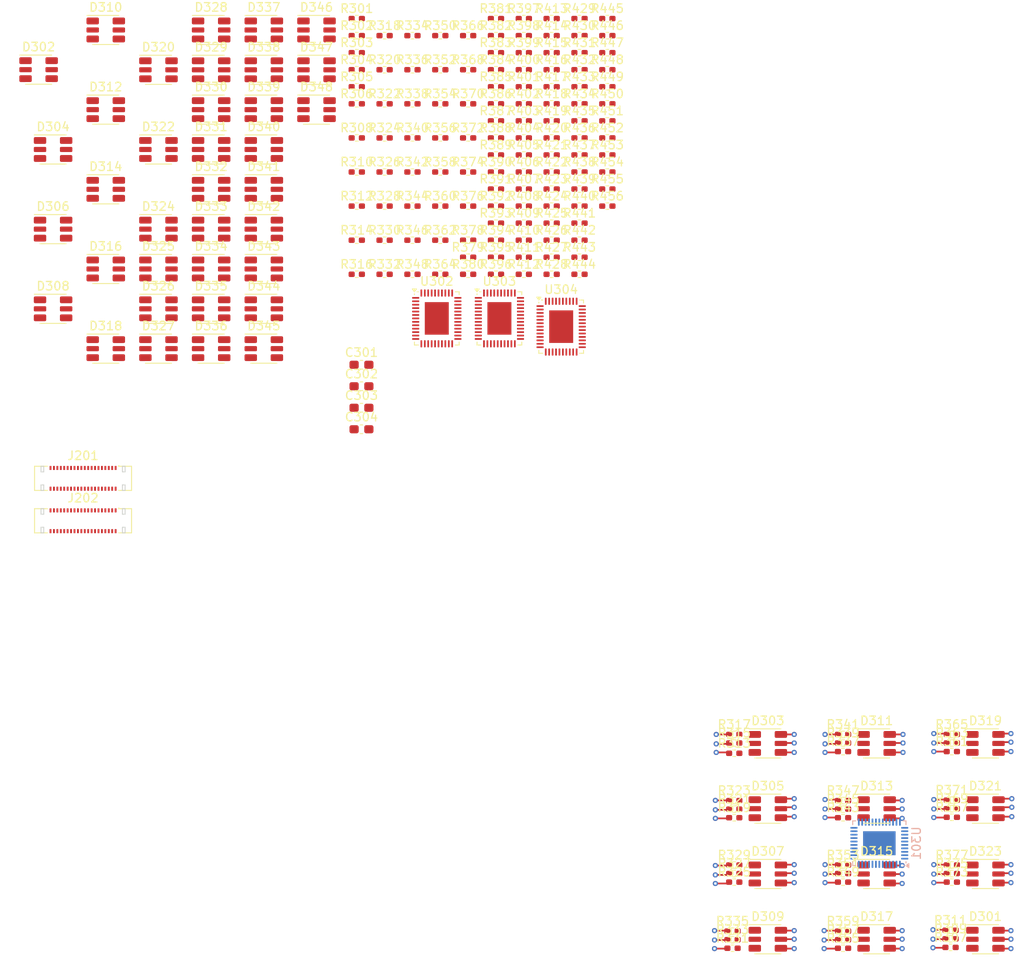
<source format=kicad_pcb>
(kicad_pcb (version 20240108) (generator "pcbnew") (generator_version "8.0")
  (layers (0 "F.Cu" signal) (31 "B.Cu" signal) (34 "B.Paste" user) (35 "F.Paste" user) (36 "B.SilkS" user "B.Silkscreen") (37 "F.SilkS" user "F.Silkscreen") (38 "B.Mask" user) (39 "F.Mask" user) (44 "Edge.Cuts" user))
  (net 0 "")
  (net 1 "GND")
  (net 2 "Net-(U301-VCAP)")
  (net 3 "Net-(U302-VCAP)")
  (net 4 "Net-(U303-VCAP)")
  (net 5 "Net-(U304-VCAP)")
  (net 6 "Net-(D301-BA)")
  (net 7 "Net-(D301-BK)")
  (net 8 "Net-(D301-RK)")
  (net 9 "Net-(D301-GA)")
  (net 10 "Net-(D301-RA)")
  (net 11 "Net-(D301-GK)")
  (net 12 "Net-(D302-GA)")
  (net 13 "Net-(D302-GK)")
  (net 14 "Net-(D302-BA)")
  (net 15 "Net-(D302-BK)")
  (net 16 "Net-(D302-RA)")
  (net 17 "Net-(D302-RK)")
  (net 18 "Net-(D303-BK)")
  (net 19 "Net-(D303-GK)")
  (net 20 "Net-(D303-GA)")
  (net 21 "Net-(D303-RA)")
  (net 22 "Net-(D303-RK)")
  (net 23 "Net-(D303-BA)")
  (net 24 "Net-(D304-RA)")
  (net 25 "Net-(D304-BA)")
  (net 26 "Net-(D304-GK)")
  (net 27 "Net-(D304-RK)")
  (net 28 "Net-(D304-GA)")
  (net 29 "Net-(D304-BK)")
  (net 30 "Net-(D305-BK)")
  (net 31 "Net-(D305-GA)")
  (net 32 "Net-(D305-RK)")
  (net 33 "Net-(D305-RA)")
  (net 34 "Net-(D305-GK)")
  (net 35 "Net-(D305-BA)")
  (net 36 "Net-(D306-GA)")
  (net 37 "Net-(D306-BA)")
  (net 38 "Net-(D306-GK)")
  (net 39 "Net-(D306-RA)")
  (net 40 "Net-(D306-BK)")
  (net 41 "Net-(D306-RK)")
  (net 42 "Net-(D307-RA)")
  (net 43 "Net-(D307-BK)")
  (net 44 "Net-(D307-GA)")
  (net 45 "Net-(D307-RK)")
  (net 46 "Net-(D307-BA)")
  (net 47 "Net-(D307-GK)")
  (net 48 "Net-(D308-RA)")
  (net 49 "Net-(D308-GA)")
  (net 50 "Net-(D308-BK)")
  (net 51 "Net-(D308-BA)")
  (net 52 "Net-(D308-RK)")
  (net 53 "Net-(D308-GK)")
  (net 54 "Net-(D309-RK)")
  (net 55 "Net-(D309-GA)")
  (net 56 "Net-(D309-BK)")
  (net 57 "Net-(D309-BA)")
  (net 58 "Net-(D309-RA)")
  (net 59 "Net-(D309-GK)")
  (net 60 "Net-(D310-GA)")
  (net 61 "Net-(D310-RA)")
  (net 62 "Net-(D310-RK)")
  (net 63 "Net-(D310-BK)")
  (net 64 "Net-(D310-GK)")
  (net 65 "Net-(D310-BA)")
  (net 66 "Net-(D311-RA)")
  (net 67 "Net-(D311-BA)")
  (net 68 "Net-(D311-RK)")
  (net 69 "Net-(D311-GA)")
  (net 70 "Net-(D311-BK)")
  (net 71 "Net-(D311-GK)")
  (net 72 "Net-(D312-BK)")
  (net 73 "Net-(D312-GK)")
  (net 74 "Net-(D312-RK)")
  (net 75 "Net-(D312-GA)")
  (net 76 "Net-(D312-RA)")
  (net 77 "Net-(D312-BA)")
  (net 78 "Net-(D313-RK)")
  (net 79 "Net-(D313-GA)")
  (net 80 "Net-(D313-BA)")
  (net 81 "Net-(D313-RA)")
  (net 82 "Net-(D313-BK)")
  (net 83 "Net-(D313-GK)")
  (net 84 "Net-(D314-RK)")
  (net 85 "Net-(D314-GK)")
  (net 86 "Net-(D314-BK)")
  (net 87 "Net-(D314-RA)")
  (net 88 "Net-(D314-GA)")
  (net 89 "Net-(D314-BA)")
  (net 90 "Net-(D315-RK)")
  (net 91 "Net-(D315-BK)")
  (net 92 "Net-(D315-BA)")
  (net 93 "Net-(D315-GK)")
  (net 94 "Net-(D315-RA)")
  (net 95 "Net-(D315-GA)")
  (net 96 "Net-(D316-BK)")
  (net 97 "Net-(D316-GA)")
  (net 98 "Net-(D316-RK)")
  (net 99 "Net-(D316-RA)")
  (net 100 "Net-(D316-BA)")
  (net 101 "Net-(D316-GK)")
  (net 102 "Net-(D317-RA)")
  (net 103 "Net-(D317-GA)")
  (net 104 "Net-(D317-RK)")
  (net 105 "Net-(D317-BA)")
  (net 106 "Net-(D317-BK)")
  (net 107 "Net-(D317-GK)")
  (net 108 "Net-(D318-RK)")
  (net 109 "Net-(D318-GA)")
  (net 110 "Net-(D318-GK)")
  (net 111 "Net-(D318-BK)")
  (net 112 "Net-(D318-RA)")
  (net 113 "Net-(D318-BA)")
  (net 114 "Net-(D319-GA)")
  (net 115 "Net-(D319-GK)")
  (net 116 "Net-(D319-BA)")
  (net 117 "Net-(D319-RA)")
  (net 118 "Net-(D319-BK)")
  (net 119 "Net-(D319-RK)")
  (net 120 "Net-(D320-RA)")
  (net 121 "Net-(D320-RK)")
  (net 122 "Net-(D320-GK)")
  (net 123 "Net-(D320-BK)")
  (net 124 "Net-(D320-BA)")
  (net 125 "Net-(D320-GA)")
  (net 126 "Net-(D321-BK)")
  (net 127 "Net-(D321-GK)")
  (net 128 "Net-(D321-RA)")
  (net 129 "Net-(D321-RK)")
  (net 130 "Net-(D321-GA)")
  (net 131 "Net-(D321-BA)")
  (net 132 "Net-(D322-GA)")
  (net 133 "Net-(D322-BA)")
  (net 134 "Net-(D322-GK)")
  (net 135 "Net-(D322-BK)")
  (net 136 "Net-(D322-RK)")
  (net 137 "Net-(D322-RA)")
  (net 138 "Net-(D323-BA)")
  (net 139 "Net-(D323-RK)")
  (net 140 "Net-(D323-GA)")
  (net 141 "Net-(D323-RA)")
  (net 142 "Net-(D323-GK)")
  (net 143 "Net-(D323-BK)")
  (net 144 "Net-(D324-RK)")
  (net 145 "Net-(D324-GA)")
  (net 146 "Net-(D324-RA)")
  (net 147 "Net-(D324-GK)")
  (net 148 "Net-(D324-BK)")
  (net 149 "Net-(D324-BA)")
  (net 150 "Net-(D325-BK)")
  (net 151 "Net-(D325-RK)")
  (net 152 "Net-(D325-GA)")
  (net 153 "Net-(D325-BA)")
  (net 154 "Net-(D325-GK)")
  (net 155 "Net-(D325-RA)")
  (net 156 "Net-(D326-GK)")
  (net 157 "Net-(D326-RA)")
  (net 158 "Net-(D326-BA)")
  (net 159 "Net-(D326-BK)")
  (net 160 "Net-(D326-GA)")
  (net 161 "Net-(D326-RK)")
  (net 162 "Net-(D327-RK)")
  (net 163 "Net-(D327-GA)")
  (net 164 "Net-(D327-RA)")
  (net 165 "Net-(D327-BK)")
  (net 166 "Net-(D327-GK)")
  (net 167 "Net-(D327-BA)")
  (net 168 "Net-(D328-GA)")
  (net 169 "Net-(D328-GK)")
  (net 170 "Net-(D328-BK)")
  (net 171 "Net-(D328-RA)")
  (net 172 "Net-(D328-RK)")
  (net 173 "Net-(D328-BA)")
  (net 174 "Net-(D329-BK)")
  (net 175 "Net-(D329-GK)")
  (net 176 "Net-(D329-BA)")
  (net 177 "Net-(D329-GA)")
  (net 178 "Net-(D329-RK)")
  (net 179 "Net-(D329-RA)")
  (net 180 "Net-(D330-BA)")
  (net 181 "Net-(D330-GK)")
  (net 182 "Net-(D330-BK)")
  (net 183 "Net-(D330-RA)")
  (net 184 "Net-(D330-GA)")
  (net 185 "Net-(D330-RK)")
  (net 186 "Net-(D331-BK)")
  (net 187 "Net-(D331-RK)")
  (net 188 "Net-(D331-GA)")
  (net 189 "Net-(D331-GK)")
  (net 190 "Net-(D331-RA)")
  (net 191 "Net-(D331-BA)")
  (net 192 "Net-(D332-BK)")
  (net 193 "Net-(D332-GA)")
  (net 194 "Net-(D332-BA)")
  (net 195 "Net-(D332-RK)")
  (net 196 "Net-(D332-GK)")
  (net 197 "Net-(D332-RA)")
  (net 198 "Net-(D333-BA)")
  (net 199 "Net-(D333-RK)")
  (net 200 "Net-(D333-GK)")
  (net 201 "Net-(D333-BK)")
  (net 202 "Net-(D333-GA)")
  (net 203 "Net-(D333-RA)")
  (net 204 "Net-(D334-RK)")
  (net 205 "Net-(D334-RA)")
  (net 206 "Net-(D334-GA)")
  (net 207 "Net-(D334-GK)")
  (net 208 "Net-(D334-BA)")
  (net 209 "Net-(D334-BK)")
  (net 210 "Net-(D335-BK)")
  (net 211 "Net-(D335-RA)")
  (net 212 "Net-(D335-GK)")
  (net 213 "Net-(D335-RK)")
  (net 214 "Net-(D335-GA)")
  (net 215 "Net-(D335-BA)")
  (net 216 "Net-(D336-RK)")
  (net 217 "Net-(D336-BK)")
  (net 218 "Net-(D336-GA)")
  (net 219 "Net-(D336-RA)")
  (net 220 "Net-(D336-GK)")
  (net 221 "Net-(D336-BA)")
  (net 222 "Net-(D337-RA)")
  (net 223 "Net-(D337-BK)")
  (net 224 "Net-(D337-GA)")
  (net 225 "Net-(D337-GK)")
  (net 226 "Net-(D337-RK)")
  (net 227 "Net-(D337-BA)")
  (net 228 "Net-(D338-GA)")
  (net 229 "Net-(D338-RA)")
  (net 230 "Net-(D338-GK)")
  (net 231 "Net-(D338-BK)")
  (net 232 "Net-(D338-RK)")
  (net 233 "Net-(D338-BA)")
  (net 234 "Net-(D339-RA)")
  (net 235 "Net-(D339-RK)")
  (net 236 "Net-(D339-GK)")
  (net 237 "Net-(D339-BA)")
  (net 238 "Net-(D339-BK)")
  (net 239 "Net-(D339-GA)")
  (net 240 "Net-(D340-BA)")
  (net 241 "Net-(D340-RK)")
  (net 242 "Net-(D340-RA)")
  (net 243 "Net-(D340-GK)")
  (net 244 "Net-(D340-BK)")
  (net 245 "Net-(D340-GA)")
  (net 246 "Net-(D341-GK)")
  (net 247 "Net-(D341-GA)")
  (net 248 "Net-(D341-BA)")
  (net 249 "Net-(D341-RA)")
  (net 250 "Net-(D341-RK)")
  (net 251 "Net-(D341-BK)")
  (net 252 "Net-(D342-RK)")
  (net 253 "Net-(D342-BA)")
  (net 254 "Net-(D342-GA)")
  (net 255 "Net-(D342-GK)")
  (net 256 "Net-(D342-RA)")
  (net 257 "Net-(D342-BK)")
  (net 258 "Net-(D343-BK)")
  (net 259 "Net-(D343-GK)")
  (net 260 "Net-(D343-RA)")
  (net 261 "Net-(D343-BA)")
  (net 262 "Net-(D343-RK)")
  (net 263 "Net-(D343-GA)")
  (net 264 "Net-(D344-BA)")
  (net 265 "Net-(D344-RK)")
  (net 266 "Net-(D344-RA)")
  (net 267 "Net-(D344-BK)")
  (net 268 "Net-(D344-GA)")
  (net 269 "Net-(D344-GK)")
  (net 270 "Net-(D345-BA)")
  (net 271 "Net-(D345-RA)")
  (net 272 "Net-(D345-RK)")
  (net 273 "Net-(D345-GK)")
  (net 274 "Net-(D345-BK)")
  (net 275 "Net-(D345-GA)")
  (net 276 "Net-(D346-BK)")
  (net 277 "Net-(D346-GK)")
  (net 278 "Net-(D346-BA)")
  (net 279 "Net-(D346-RK)")
  (net 280 "Net-(D346-RA)")
  (net 281 "Net-(D346-GA)")
  (net 282 "Net-(D347-BK)")
  (net 283 "Net-(D347-GK)")
  (net 284 "Net-(D347-RA)")
  (net 285 "Net-(D347-BA)")
  (net 286 "Net-(D347-GA)")
  (net 287 "Net-(D347-RK)")
  (net 288 "Net-(D348-BK)")
  (net 289 "Net-(D348-BA)")
  (net 290 "Net-(D348-RA)")
  (net 291 "Net-(D348-GA)")
  (net 292 "Net-(D348-RK)")
  (net 293 "Net-(D348-GK)")
  (net 294 "+3V3")
  (net 302 "LP_SCL")
  (net 303 "+5V")
  (net 311 "LP_SDA")
  (net 314 "LP_EN")
  (net 333 "Net-(U301-ADDR0)")
  (net 334 "Net-(U302-ADDR0)")
  (net 335 "Net-(U301-ADDR1)")
  (net 336 "Net-(U301-IREF)")
  (net 337 "Net-(U302-ADDR1)")
  (net 338 "Net-(U302-IREF)")
  (net 339 "Net-(U303-ADDR0)")
  (net 340 "Net-(U303-ADDR1)")
  (net 341 "Net-(U304-ADDR0)")
  (net 342 "Net-(U303-IREF)")
  (net 343 "Net-(U304-ADDR1)")
  (net 344 "Net-(U304-IREF)")
  (footprint "Resistor_SMD:R_0402_1005Metric_Pad0.72x0.64mm_HandSolder" (layer "F.Cu") (at 58.39 35.9475)
    (property "Reference" "R326")
    (property "Value" "1k 5%")
  )
  (footprint "Resistor_SMD:R_0402_1005Metric_Pad0.72x0.64mm_HandSolder" (layer "F.Cu") (at 64.89 24.0075)
    (property "Reference" "R352")
    (property "Value" "1k 5%")
  )
  (footprint "Resistor_SMD:R_0402_1005Metric_Pad0.72x0.64mm_HandSolder" (layer "F.Cu") (at 124.6025 109.27)
    (property "Reference" "R371")
    (property "Value" "1k 5%")
  )
  (footprint "Resistor_SMD:R_0402_1005Metric_Pad0.72x0.64mm_HandSolder" (layer "F.Cu") (at 68.14 35.9475)
    (property "Reference" "R374")
    (property "Value" "1k 5%")
  )
  (footprint "Resistor_SMD:R_0402_1005Metric_Pad0.72x0.64mm_HandSolder" (layer "F.Cu") (at 124.6025 103.6)
    (property "Reference" "R361")
    (property "Value" "1k 5%")
  )
  (footprint "Package_DFN_QFN:VQFN-46-1EP_5x6mm_P0.4mm_EP2.8x3.8mm" (layer "F.Cu") (at 71.79 53.0375)
    (property "Reference" "U303")
    (property "Value" "LP5036")
  )
  (footprint "Resistor_SMD:R_0402_1005Metric_Pad0.72x0.64mm_HandSolder" (layer "F.Cu") (at 84.39 35.9475)
    (property "Reference" "R454")
    (property "Value" "1k 5%")
  )
  (footprint "Resistor_SMD:R_0402_1005Metric_Pad0.72x0.64mm_HandSolder" (layer "F.Cu") (at 77.89 24.0075)
    (property "Reference" "R416")
    (property "Value" "1k 5%")
  )
  (footprint "Resistor_SMD:R_0402_1005Metric_Pad0.72x0.64mm_HandSolder" (layer "F.Cu") (at 68.14 39.9275)
    (property "Reference" "R376")
    (property "Value" "1k 5%")
  )
  (footprint "LED_SMD:LED_ROHM_SMLVN6" (layer "F.Cu") (at 31.99 33.3175)
    (property "Reference" "D322")
    (property "Value" "SMLVN6RGB")
  )
  (footprint "Resistor_SMD:R_0402_1005Metric_Pad0.72x0.64mm_HandSolder" (layer "F.Cu") (at 74.64 18.0375)
    (property "Reference" "R397")
    (property "Value" "1k 5%")
  )
  (footprint "LED_SMD:LED_ROHM_SMLVN6" (layer "F.Cu") (at 31.99 47.2675)
    (property "Reference" "D325")
    (property "Value" "SMLVN6RGB")
  )
  (footprint "LED_SMD:LED_ROHM_SMLVN6" (layer "F.Cu") (at 103.125 125.51)
    (property "Reference" "D309")
    (property "Value" "SMLVN6RGB")
  )
  (footprint "Resistor_SMD:R_0402_1005Metric_Pad0.72x0.64mm_HandSolder" (layer "F.Cu") (at 71.39 47.8875)
    (property "Reference" "R396")
    (property "Value" "1k 5%")
  )
  (footprint "Capacitor_SMD:C_0603_1608Metric_Pad1.08x0.95mm_HandSolder" (layer "F.Cu") (at 55.69 65.9775)
    (property "Reference" "C304")
    (property "Value" "1uF 50V")
  )
  (footprint "Resistor_SMD:R_0402_1005Metric_Pad0.72x0.64mm_HandSolder" (layer "F.Cu") (at 77.89 29.9775)
    (property "Reference" "R419")
    (property "Value" "1k 5%")
  )
  (footprint "LED_SMD:LED_ROHM_SMLVN6" (layer "F.Cu") (at 31.99 56.5675)
    (property "Reference" "D327")
    (property "Value" "SMLVN6RGB")
  )
  (footprint "Resistor_SMD:R_0402_1005Metric_Pad0.72x0.64mm_HandSolder" (layer "F.Cu") (at 68.14 31.9675)
    (property "Reference" "R372")
    (property "Value" "1k 5%")
  )
  (footprint "Resistor_SMD:R_0402_1005Metric_Pad0.72x0.64mm_HandSolder" (layer "F.Cu") (at 71.39 45.8975)
    (property "Reference" "R395")
    (property "Value" "1k 5%")
  )
  (footprint "Resistor_SMD:R_0402_1005Metric_Pad0.72x0.64mm_HandSolder" (layer "F.Cu") (at 84.39 31.9675)
    (property "Reference" "R452")
    (property "Value" "1k 5%")
  )
  (footprint "Resistor_SMD:R_0402_1005Metric_Pad0.72x0.64mm_HandSolder" (layer "F.Cu") (at 111.9025 126.56)
    (property "Reference" "R355")
    (property "Value" "1k 5%")
  )
  (footprint "Resistor_SMD:R_0402_1005Metric_Pad0.72x0.64mm_HandSolder" (layer "F.Cu") (at 64.89 35.9475)
    (property "Reference" "R358")
    (property "Value" "1k 5%")
  )
  (footprint "Resistor_SMD:R_0402_1005Metric_Pad0.72x0.64mm_HandSolder" (layer "F.Cu") (at 84.39 39.9275)
    (property "Reference" "R456")
    (property "Value" "1k 5%")
  )
  (footprint "LED_SMD:LED_ROHM_SMLVN6" (layer "F.Cu") (at 50.44 24.0175)
    (property "Reference" "D347")
    (property "Value" "SMLVN6RGB")
  )
  (footprint "Resistor_SMD:R_0402_1005Metric_Pad0.72x0.64mm_HandSolder" (layer "F.Cu") (at 74.64 35.9475)
    (property "Reference" "R406")
    (property "Value" "1k 5%")
  )
  (footprint "Resistor_SMD:R_0402_1005Metric_Pad0.72x0.64mm_HandSolder" (layer "F.Cu") (at 99.2025 111.32)
    (property "Reference" "R319")
    (property "Value" "1k 5%")
  )
  (footprint "Resistor_SMD:R_0402_1005Metric_Pad0.72x0.64mm_HandSolder" (layer "F.Cu") (at 61.64 20.0275)
    (property "Reference" "R334")
    (property "Value" "1k 5%")
  )
  (footprint "Resistor_SMD:R_0402_1005Metric_Pad0.72x0.64mm_HandSolder" (layer "F.Cu") (at 74.64 47.8875)
    (property "Reference" "R412")
    (property "Value" "1k 5%")
  )
  (footprint "Resistor_SMD:R_0402_1005Metric_Pad0.72x0.64mm_HandSolder" (layer "F.Cu") (at 124.6025 101.6)
    (property "Reference" "R365")
    (property "Value" "1k 5%")
  )
  (footprint "Resistor_SMD:R_0402_1005Metric_Pad0.72x0.64mm_HandSolder" (layer "F.Cu") (at 58.39 31.9675)
    (property "Reference" "R324")
    (property "Value" "1k 5%")
  )
  (footprint "LED_SMD:LED_ROHM_SMLVN6" (layer "F.Cu") (at 44.29 19.3675)
    (property "Reference" "D337")
    (property "Value" "SMLVN6RGB")
  )
  (footprint "Resistor_SMD:R_0402_1005Metric_Pad0.72x0.64mm_HandSolder" (layer "F.Cu") (at 61.64 47.8875)
    (property "Reference" "R348")
    (property "Value" "1k 5%")
  )
  (footprint "LED_SMD:LED_ROHM_SMLVN6" (layer "F.Cu") (at 115.825 110.27)
    (property "Reference" "D313")
    (property "Value" "SMLVN6RGB")
  )
  (footprint "Resistor_SMD:R_0402_1005Metric_Pad0.72x0.64mm_HandSolder" (layer "F.Cu") (at 111.9025 117.84)
    (property "Reference" "R351")
    (property "Value" "1k 5%")
  )
  (footprint "Resistor_SMD:R_0402_1005Metric_Pad0.72x0.64mm_HandSolder" (layer "F.Cu") (at 111.9025 124.56)
    (property "Reference" "R359")
    (property "Value" "1k 5%")
  )
  (footprint "LED_SMD:LED_ROHM_SMLVN6" (layer "F.Cu") (at 25.84 56.5675)
    (property "Reference" "D318")
    (property "Value" "SMLVN6RGB")
  )
  (footprint "Resistor_SMD:R_0402_1005Metric_Pad0.72x0.64mm_HandSolder" (layer "F.Cu") (at 81.14 43.9075)
    (property "Reference" "R442")
    (property "Value" "1k 5%")
  )
  (footprint "LED_SMD:LED_ROHM_SMLVN6" (layer "F.Cu") (at 44.29 51.9175)
    (property "Reference" "D344")
    (property "Value" "SMLVN6RGB")
  )
  (footprint "LED_SMD:LED_ROHM_SMLVN6" (layer "F.Cu") (at 103.125 102.65)
    (property "Reference" "D303")
    (property "Value" "SMLVN6RGB")
  )
  (footprint "Resistor_SMD:R_0402_1005Metric_Pad0.72x0.64mm_HandSolder" (layer "F.Cu") (at 99.0025 125.56)
    (property "Reference" "R333")
    (property "Value" "1k 5%")
  )
  (footprint "Resistor_SMD:R_0402_1005Metric_Pad0.72x0.64mm_HandSolder" (layer "F.Cu") (at 68.14 24.0075)
    (property "Reference" "R368")
    (property "Value" "1k 5%")
  )
  (footprint "Resistor_SMD:R_0402_1005Metric_Pad0.72x0.64mm_HandSolder" (layer "F.Cu") (at 124.6025 111.27)
    (property "Reference" "R367")
    (property "Value" "1k 5%")
  )
  (footprint "Resistor_SMD:R_0402_1005Metric_Pad0.72x0.64mm_HandSolder" (layer "F.Cu") (at 77.89 47.8875)
    (property "Reference" "R428")
    (property "Value" "1k 5%")
  )
  (footprint "LED_SMD:LED_ROHM_SMLVN6" (layer "F.Cu") (at 128.525 110.27)
    (property "Reference" "D321")
    (property "Value" "SMLVN6RGB")
  )
  (footprint "Resistor_SMD:R_0402_1005Metric_Pad0.72x0.64mm_HandSolder" (layer "F.Cu") (at 71.39 39.9275)
    (property "Reference" "R392")
    (property "Value" "1k 5%")
  )
  (footprint "Resistor_SMD:R_0402_1005Metric_Pad0.72x0.64mm_HandSolder" (layer "F.Cu") (at 99.2025 101.6)
    (property "Reference" "R317")
    (property "Value" "1k 5%")
  )
  (footprint "Resistor_SMD:R_0402_1005Metric_Pad0.72x0.64mm_HandSolder" (layer "F.Cu") (at 64.89 27.9875)
    (property "Reference" "R354")
    (property "Value" "1k 5%")
  )
  (footprint "Resistor_SMD:R_0402_1005Metric_Pad0.72x0.64mm_HandSolder" (layer "F.Cu") (at 111.9025 101.6)
    (property "Reference" "R341")
    (property "Value" "1k 5%")
  )
  (footprint "Resistor_SMD:R_0402_1005Metric_Pad0.72x0.64mm_HandSolder" (layer "F.Cu") (at 77.89 20.0275)
    (property "Reference" "R414")
    (property "Value" "1k 5%")
  )
  (footprint "Resistor_SMD:R_0402_1005Metric_Pad0.72x0.64mm_HandSolder" (layer "F.Cu") (at 99.2025 110.32)
    (property "Reference" "R321")
    (property "Value" "1k 5%")
  )
  (footprint "Resistor_SMD:R_0402_1005Metric_Pad0.72x0.64mm_HandSolder" (layer "F.Cu") (at 111.9025 102.6)
    (property "Reference" "R339")
    (property "Value" "1k 5%")
  )
  (footprint "Resistor_SMD:R_0402_1005Metric_Pad0.72x0.64mm_HandSolder" (layer "F.Cu") (at 81.14 22.0175)
    (property "Reference" "R431")
    (property "Value" "1k 5%")
  )
  (footprint "Resistor_SMD:R_0402_1005Metric_Pad0.72x0.64mm_HandSolder" (layer "F.Cu") (at 84.39 37.9375)
    (property "Reference" "R455")
    (property "Value" "1k 5%")
  )
  (footprint "Resistor_SMD:R_0402_1005Metric_Pad0.72x0.64mm_HandSolder" (layer "F.Cu") (at 61.64 39.9275)
    (property "Reference" "R344")
    (property "Value" "1k 5%")
  )
  (footprint "Resistor_SMD:R_0402_1005Metric_Pad0.72x0.64mm_HandSolder" (layer "F.Cu") (at 81.14 18.0375)
    (property "Reference" "R429")
    (property "Value" "1k 5%")
  )
  (footprint "LED_SMD:LED_ROHM_SMLVN6" (layer "F.Cu") (at 38.14 42.6175)
    (property "Reference" "D333")
    (property "Value" "SMLVN6RGB")
  )
  (footprint "LED_SMD:LED_ROHM_SMLVN6" (layer "F.Cu") (at 19.69 51.9175)
    (property "Reference" "D308")
    (property "Value" "SMLVN6RGB")
  )
  (footprint "Resistor_SMD:R_0402_1005Metric_Pad0.72x0.64mm_HandSolder" (layer "F.Cu") (at 74.64 25.9975)
    (property "Reference" "R401")
    (property "Value" "1k 5%")
  )
  (footprint "Resistor_SMD:R_0402_1005Metric_Pad0.72x0.64mm_HandSolder" (layer "F.Cu") (at 81.14 25.9975)
    (property "Reference" "R433")
    (property "Value" "1k 5%")
  )
  (footprint "Resistor_SMD:R_0402_1005Metric_Pad0.72x0.64mm_HandSolder" (layer "F.Cu") (at 55.14 43.9075)
    (property "Reference" "R314")
    (property "Value" "1k 5%")
  )
  (footprint "Resistor_SMD:R_0402_1005Metric_Pad0.72x0.64mm_HandSolder" (layer "F.Cu") (at 77.89 33.9575)
    (property "Reference" "R421")
    (property "Value" "1k 5%")
  )
  (footprint "Resistor_SMD:R_0402_1005Metric_Pad0.72x0.64mm_HandSolder" (layer "F.Cu") (at 71.39 22.0175)
    (property "Reference" "R383")
    (property "Value" "R")
  )
  (footprint "LED_SMD:LED_ROHM_SMLVN6" (layer "F.Cu") (at 103.125 117.89)
    (property "Reference" "D307")
    (property "Value" "SMLVN6RGB")
  )
  (footprint "Resistor_SMD:R_0402_1005Metric_Pad0.72x0.64mm_HandSolder" (layer "F.Cu") (at 74.64 27.9875)
    (property "Reference" "R402")
    (property "Value" "1k 5%")
  )
  (footprint "LED_SMD:LED_ROHM_SMLVN6" (layer "F.Cu") (at 25.84 19.3675)
    (property "Reference" "D310")
    (property "Value" "SMLVN6RGB")
  )
  (footprint "Resistor_SMD:R_0402_1005Metric_Pad0.72x0.64mm_HandSolder" (layer "F.Cu") (at 74.64 43.9075)
    (property "Reference" "R410")
    (property "Value" "1k 5%")
  )
  (footprint "Resistor_SMD:R_0402_1005Metric_Pad0.72x0.64mm_HandSolder" (layer "F.Cu") (at 77.89 45.8975)
    (property "Reference" "R427")
    (property "Value" "1k 5%")
  )
  (footprint "LED_SMD:LED_ROHM_SMLVN6" (layer "F.Cu") (at 44.29 37.9675)
    (property "Reference" "D341")
    (property "Value" "SMLVN6RGB")
  )
  (footprint "Resistor_SMD:R_0402_1005Metric_Pad0.72x0.64mm_HandSolder" (layer "F.Cu") (at 74.64 24.0075)
    (property "Reference" "R400")
    (property "Value" "1k 5%")
  )
  (footprint "LED_SMD:LED_ROHM_SMLVN6" (layer "F.Cu") (at 103.125 110.27)
    (property "Reference" "D305")
    (property "Value" "SMLVN6RGB")
  )
  (footprint "LED_SMD:LED_ROHM_SMLVN6" (layer "F.Cu") (at 44.29 24.0175)
    (property "Reference" "D338")
    (property "Value" "SMLVN6RGB")
  )
  (footprint "LED_SMD:LED_ROHM_SMLVN6" (layer "F.Cu") (at 115.825 102.65)
    (property "Reference" "D311")
    (property "Value" "SMLVN6RGB")
  )
  (footprint "LED_SMD:LED_ROHM_SMLVN6" (layer "F.Cu") (at 44.29 56.5675)
    (property "Reference" "D345")
    (property "Value" "SMLVN6RGB")
  )
  (footprint "Resistor_SMD:R_0402_1005Metric_Pad0.72x0.64mm_HandSolder" (layer "F.Cu") (at 81.14 45.8975)
    (property "Reference" "R443")
    (property "Value" "1k 5%")
  )
  (footprint "Capacitor_SMD:C_0603_1608Metric_Pad1.08x0.95mm_HandSolder" (layer "F.Cu") (at 55.69 58.4475)
    (property "Reference" "C301")
    (property "Value" "1uF 50V")
  )
  (footprint "Connector_Molex:Molex_SlimStack_502426-4010_2x20_P0.40mm_Vertical" (layer "F.Cu") (at 23.19 76.6575)
    (property "Reference" "J202")
    (property "Value" "Conn_02x20_Odd_Even")
    (fp_line (start -4.91 -1.41) (end -4.91 -0.76) (stroke (width 0.1)) (layer "Edge.Cuts"))
    (fp_line (start -4.91 -0.76) (end -4.59 -0.76) (stroke (width 0.1)) (layer "Edge.Cuts"))
    (fp_line (start -4.91 0.76) (end -4.91 1.41) (stroke (width 0.1)) (layer "Edge.Cuts"))
    (fp_line (start -4.91 1.41) (end -4.59 1.41) (stroke (width 0.1)) (layer "Edge.Cuts"))
    (fp_line (start -4.59 -1.41) (end -4.91 -1.41) (stroke (width 0.1)) (layer "Edge.Cuts"))
    (fp_line (start -4.59 -0.76) (end -4.59 -1.41) (stroke (width 0.1)) (layer "Edge.Cuts"))
    (fp_line (start -4.59 0.76) (end -4.91 0.76) (stroke (width 0.1)) (layer "Edge.Cuts"))
    (fp_line (start -4.59 1.41) (end -4.59 0.76) (stroke (width 0.1)) (layer "Edge.Cuts"))
    (fp_line (start 4.59 -1.41) (end 4.59 -0.76) (stroke (width 0.1)) (layer "Edge.Cuts"))
    (fp_line (start 4.59 -0.76) (end 4.91 -0.76) (stroke (width 0.1)) (layer "Edge.Cuts"))
    (fp_line (start 4.59 0.76) (end 4.59 1.41) (stroke (width 0.1)) (layer "Edge.Cuts"))
    (fp_line (start 4.59 1.41) (end 4.91 1.41) (stroke (width 0.1)) (layer "Edge.Cuts"))
    (fp_line (start 4.91 -1.41) (end 4.59 -1.41) (stroke (width 0.1)) (layer "Edge.Cuts"))
    (fp_line (start 4.91 -0.76) (end 4.91 -1.41) (stroke (width 0.1)) (layer "Edge.Cuts"))
    (fp_line (start 4.91 0.76) (end 4.59 0.76) (stroke (width 0.1)) (layer "Edge.Cuts"))
    (fp_line (start 4.91 1.41) (end 4.91 0.76) (stroke (width 0.1)) (layer "Edge.Cuts"))
  )
  (footprint "Resistor_SMD:R_0402_1005Metric_Pad0.72x0.64mm_HandSolder" (layer "F.Cu") (at 124.6025 117.84)
    (property "Reference" "R375")
    (property "Value" "1k 5%")
  )
  (footprint "Resistor_SMD:R_0402_1005Metric_Pad0.72x0.64mm_HandSolder" (layer "F.Cu") (at 55.14 27.9875)
    (property "Reference" "R306")
    (property "Value" "10k 5%")
  )
  (footprint "Resistor_SMD:R_0402_1005Metric_Pad0.72x0.64mm_HandSolder" (layer "F.Cu") (at 81.14 35.9475)
    (property "Reference" "R438")
    (property "Value" "1k 5%")
  )
  (footprint "Resistor_SMD:R_0402_1005Metric_Pad0.72x0.64mm_HandSolder" (layer "F.Cu") (at 64.89 39.9275)
    (property "Reference" "R360")
    (property "Value" "1k 5%")
  )
  (footprint "Resistor_SMD:R_0402_1005Metric_Pad0.72x0.64mm_HandSolder" (layer "F.Cu") (at 77.89 41.9175)
    (property "Reference" "R425")
    (property "Value" "1k 5%")
  )
  (footprint "Resistor_SMD:R_0402_1005Metric_Pad0.72x0.64mm_HandSolder" (layer "F.Cu") (at 64.89 47.8875)
    (property "Reference" "R364")
    (property "Value" "1k 5%")
  )
  (footprint "Resistor_SMD:R_0402_1005Metric_Pad0.72x0.64mm_HandSolder" (layer "F.Cu") (at 71.39 29.9775)
    (property "Reference" "R387")
    (property "Value" "1k 5%")
  )
  (footprint "Resistor_SMD:R_0402_1005Metric_Pad0.72x0.64mm_HandSolder" (layer "F.Cu") (at 99.2025 103.8)
    (property "Reference" "R313")
    (property "Value" "1k 5%")
  )
  (footprint "Resistor_SMD:R_0402_1005Metric_Pad0.72x0.64mm_HandSolder" (layer "F.Cu") (at 74.64 33.9575)
    (property "Reference" "R405")
    (property "Value" "1k 5%")
  )
  (footprint "Resistor_SMD:R_0402_1005Metric_Pad0.72x0.64mm_HandSolder" (layer "F.Cu") (at 61.64 27.9875)
    (property "Reference" "R338")
    (property "Value" "1k 5%")
  )
  (footprint "LED_SMD:LED_ROHM_SMLVN6" (layer "F.Cu") (at 38.14 51.9175)
    (property "Reference" "D335")
    (property "Value" "SMLVN6RGB")
  )
  (footprint "LED_SMD:LED_ROHM_SMLVN6" (layer "F.Cu") (at 115.825 117.89)
    (property "Reference" "D315")
    (property "Value" "SMLVN6RGB")
  )
  (footprint "Resistor_SMD:R_0402_1005Metric_Pad0.72x0.64mm_HandSolder" (layer "F.Cu") (at 61.64 31.9675)
    (property "Reference" "R340")
    (property "Value" "1k 5%")
  )
  (footprint "Resistor_SMD:R_0402_1005Metric_Pad0.72x0.64mm_HandSolder" (layer "F.Cu") (at 81.14 33.9575)
    (property "Reference" "R437")
    (property "Value" "1k 5%")
  )
  (footprint "Resistor_SMD:R_0402_1005Metric_Pad0.72x0.64mm_HandSolder" (layer "F.Cu") (at 77.89 27.9875)
    (property "Reference" "R418")
    (property "Value" "1k 5%")
  )
  (footprint "Resistor_SMD:R_0402_1005Metric_Pad0.72x0.64mm_HandSolder" (layer "F.Cu") (at 71.39 43.9075)
    (property "Reference" "R394")
    (property "Value" "1k 5%")
  )
  (footprint "Package_DFN_QFN:VQFN-46-1EP_5x6mm_P0.4mm_EP2.8x3.8mm" (layer "F.Cu") (at 64.48 53.0375)
    (property "Reference" "U302")
    (property "Value" "LP5036")
  )
  (footprint "LED_SMD:LED_ROHM_SMLVN6" (layer "F.Cu") (at 128.525 102.65)
    (property "Reference" "D319")
    (property "Value" "SMLVN6RGB")
  )
  (footprint "Resistor_SMD:R_0402_1005Metric_Pad0.72x0.64mm_HandSolder" (layer "F.Cu") (at 99.0025 124.56)
    (property "Reference" "R335")
    (property "Value" "1k 5%")
  )
  (footprint "Resistor_SMD:R_0402_1005Metric_Pad0.72x0.64mm_HandSolder" (layer "F.Cu") (at 84.39 20.0275)
    (property "Reference" "R446")
    (property "Value" "1k 5%")
  )
  (footprint "Resistor_SMD:R_0402_1005Metric_Pad0.72x0.64mm_HandSolder" (layer "F.Cu") (at 99.2025 109.32)
    (property "Reference" "R323")
    (property "Value" "1k 5%")
  )
  (footprint "Resistor_SMD:R_0402_1005Metric_Pad0.72x0.64mm_HandSolder" (layer "F.Cu") (at 55.14 39.9275)
    (property "Reference" "R312")
    (property "Value" "1k 5%")
  )
  (footprint "Resistor_SMD:R_0402_1005Metric_Pad0.72x0.64mm_HandSolder" (layer "F.Cu") (at 84.39 22.0175)
    (property "Reference" "R447")
    (property "Value" "1k 5%")
  )
  (footprint "Resistor_SMD:R_0402_1005Metric_Pad0.72x0.64mm_HandSolder" (layer "F.Cu") (at 58.39 20.0275)
    (property "Reference" "R318")
    (property "Value" "1k 5%")
  )
  (footprint "Resistor_SMD:R_0402_1005Metric_Pad0.72x0.64mm_HandSolder" (layer "F.Cu") (at 111.9025 125.56)
    (property "Reference" "R357")
    (property "Value" "1k 5%")
  )
  (footprint "Resistor_SMD:R_0402_1005Metric_Pad0.72x0.64mm_HandSolder" (layer "F.Cu") (at 61.64 43.9075)
    (property "Reference" "R346")
    (property "Value" "1k 5%")
  )
  (footprint "Resistor_SMD:R_0402_1005Metric_Pad0.72x0.64mm_HandSolder" (layer "F.Cu") (at 124.6025 102.6)
    (property "Reference" "R363")
    (property "Value" "1k 5%")
  )
  (footprint "Connector_Molex:Molex_SlimStack_502426-4010_2x20_P0.40mm_Vertical" (layer "F.Cu") (at 23.19 71.7075)
    (property "Reference" "J201")
    (property "Value" "Conn_02x20_Odd_Even")
    (fp_line (start -4.91 -1.41) (end -4.91 -0.76) (stroke (width 0.1)) (layer "Edge.Cuts"))
    (fp_line (start -4.91 -0.76) (end -4.59 -0.76) (stroke (width 0.1)) (layer "Edge.Cuts"))
    (fp_line (start -4.91 0.76) (end -4.91 1.41) (stroke (width 0.1)) (layer "Edge.Cuts"))
    (fp_line (start -4.91 1.41) (end -4.59 1.41) (stroke (width 0.1)) (layer "Edge.Cuts"))
    (fp_line (start -4.59 -1.41) (end -4.91 -1.41) (stroke (width 0.1)) (layer "Edge.Cuts"))
    (fp_line (start -4.59 -0.76) (end -4.59 -1.41) (stroke (width 0.1)) (layer "Edge.Cuts"))
    (fp_line (start -4.59 0.76) (end -4.91 0.76) (stroke (width 0.1)) (layer "Edge.Cuts"))
    (fp_line (start -4.59 1.41) (end -4.59 0.76) (stroke (width 0.1)) (layer "Edge.Cuts"))
    (fp_line (start 4.59 -1.41) (end 4.59 -0.76) (stroke (width 0.1)) (layer "Edge.Cuts"))
    (fp_line (start 4.59 -0.76) (end 4.91 -0.76) (stroke (width 0.1)) (layer "Edge.Cuts"))
    (fp_line (start 4.59 0.76) (end 4.59 1.41) (stroke (width 0.1)) (layer "Edge.Cuts"))
    (fp_line (start 4.59 1.41) (end 4.91 1.41) (stroke (width 0.1)) (layer "Edge.Cuts"))
    (fp_line (start 4.91 -1.41) (end 4.59 -1.41) (stroke (width 0.1)) (layer "Edge.Cuts"))
    (fp_line (start 4.91 -0.76) (end 4.91 -1.41) (stroke (width 0.1)) (layer "Edge.Cuts"))
    (fp_line (start 4.91 0.76) (end 4.59 0.76) (stroke (width 0.1)) (layer "Edge.Cuts"))
    (fp_line (start 4.91 1.41) (end 4.91 0.76) (stroke (width 0.1)) (layer "Edge.Cuts"))
  )
  (footprint "Resistor_SMD:R_0402_1005Metric_Pad0.72x0.64mm_HandSolder" (layer "F.Cu") (at 124.4525 125.46)
    (property "Reference" "R309")
    (property "Value" "1k 5%")
  )
  (footprint "Resistor_SMD:R_0402_1005Metric_Pad0.72x0.64mm_HandSolder" (layer "F.Cu") (at 111.9025 109.32)
    (property "Reference" "R347")
    (property "Value" "1k 5%")
  )
  (footprint "Resistor_SMD:R_0402_1005Metric_Pad0.72x0.64mm_HandSolder" (layer "F.Cu") (at 74.64 45.8975)
    (property "Reference" "R411")
    (property "Value" "1k 5%")
  )
  (footprint "Resistor_SMD:R_0402_1005Metric_Pad0.72x0.64mm_HandSolder" (layer "F.Cu") (at 77.89 18.0375)
    (property "Reference" "R413")
    (property "Value" "1k 5%")
  )
  (footprint "Resistor_SMD:R_0402_1005Metric_Pad0.72x0.64mm_HandSolder" (layer "F.Cu") (at 74.64 31.9675)
    (property "Reference" "R404")
    (property "Value" "1k 5%")
  )
  (footprint "Resistor_SMD:R_0402_1005Metric_Pad0.72x0.64mm_HandSolder" (layer "F.Cu") (at 55.14 24.0075)
    (property "Reference" "R304")
    (property "Value" "10k 5%")
  )
  (footprint "Resistor_SMD:R_0402_1005Metric_Pad0.72x0.64mm_HandSolder" (layer "F.Cu") (at 55.14 47.8875)
    (property "Reference" "R316")
    (property "Value" "1k 5%")
  )
  (footprint "Resistor_SMD:R_0402_1005Metric_Pad0.72x0.64mm_HandSolder" (layer "F.Cu") (at 84.39 24.0075)
    (property "Reference" "R448")
    (property "Value" "1k 5%")
  )
  (footprint "Capacitor_SMD:C_0603_1608Metric_Pad1.08x0.95mm_HandSolder" (layer "F.Cu") (at 55.69 60.9575)
    (property "Reference" "C302")
    (property "Value" "1uF 50V")
  )
  (footprint "Capacitor_SMD:C_0603_1608Metric_Pad1.08x0.95mm_HandSolder" (layer "F.Cu") (at 55.69 63.4675)
    (property "Reference" "C303")
    (property "Value" "1uF 50V")
  )
  (footprint "Resistor_SMD:R_0402_1005Metric_Pad0.72x0.64mm_HandSolder" (layer "F.Cu") (at 84.39 29.9775)
    (property "Reference" "R451")
    (property "Value" "1k 5%")
  )
  (footprint "Resistor_SMD:R_0402_1005Metric_Pad0.72x0.64mm_HandSolder" (layer "F.Cu") (at 68.14 20.0275)
    (property "Reference" "R366")
    (property "Value" "1k 5%")
  )
  (footprint "LED_SMD:LED_ROHM_SMLVN6" (layer "F.Cu") (at 38.14 47.2675)
    (property "Reference" "D334")
    (property "Value" "SMLVN6RGB")
  )
  (footprint "LED_SMD:LED_ROHM_SMLVN6" (layer "F.Cu") (at 44.29 47.2675)
    (property "Reference" "D343")
    (property "Value" "SMLVN6RGB")
  )
  (footprint "Resistor_SMD:R_0402_1005Metric_Pad0.72x0.64mm_HandSolder" (layer "F.Cu") (at 77.89 25.9975)
    (property "Reference" "R417")
    (property "Value" "1k 5%")
  )
  (footprint "Resistor_SMD:R_0402_1005Metric_Pad0.72x0.64mm_HandSolder" (layer "F.Cu") (at 124.6025 118.84)
    (property "Reference" "R373")
    (property "Value" "1k 5%")
  )
  (footprint "LED_SMD:LED_ROHM_SMLVN6" (layer "F.Cu") (at 19.69 33.3175)
    (property "Reference" "D304")
    (property "Value" "SMLVN6RGB")
  )
  (footprint "Resistor_SMD:R_0402_1005Metric_Pad0.72x0.64mm_HandSolder" (layer "F.Cu") (at 124.4525 126.46)
    (property "Reference" "R307")
    (property "Value" "1k 5%")
  )
  (footprint "Resistor_SMD:R_0402_1005Metric_Pad0.72x0.64mm_HandSolder" (layer "F.Cu") (at 61.64 35.9475)
    (property "Reference" "R342")
    (property "Value" "1k 5%")
  )
  (footprint "Resistor_SMD:R_0402_1005Metric_Pad0.72x0.64mm_HandSolder" (layer "F.Cu") (at 58.39 39.9275)
    (property "Reference" "R328")
    (property "Value" "1k 5%")
  )
  (footprint "Resistor_SMD:R_0402_1005Metric_Pad0.72x0.64mm_HandSolder" (layer "F.Cu") (at 74.64 41.9175)
    (property "Reference" "R409")
    (property "Value" "1k 5%")
  )
  (footprint "LED_SMD:LED_ROHM_SMLVN6" (layer "F.Cu") (at 44.29 42.6175)
    (property "Reference" "D342")
    (property "Value" "SMLVN6RGB")
  )
  (footprint "LED_SMD:LED_ROHM_SMLVN6" (layer "F.Cu") (at 38.14 24.0175)
    (property "Reference" "D329")
    (property "Value" "SMLVN6RGB")
  )
  (footprint "LED_SMD:LED_ROHM_SMLVN6" (layer "F.Cu") (at 25.84 47.2675)
    (property "Reference" "D316")
    (property "Value" "SMLVN6RGB")
  )
  (footprint "Resistor_SMD:R_0402_1005Metric_Pad0.72x0.64mm_HandSolder" (layer "F.Cu") (at 74.64 22.0175)
    (property "Reference" "R399")
    (property "Value" "1k 5%")
  )
  (footprint "LED_SMD:LED_ROHM_SMLVN6" (layer "F.Cu") (at 25.84 37.9675)
    (property "Reference" "D314")
    (property "Value" "SMLVN6RGB")
  )
  (footprint "Resistor_SMD:R_0402_1005Metric_Pad0.72x0.64mm_HandSolder" (layer "F.Cu") (at 68.14 27.9875)
    (property "Reference" "R370")
    (property "Value" "1k 5%")
  )
  (footprint "Resistor_SMD:R_0402_1005Metric_Pad0.72x0.64mm_HandSolder" (layer "F.Cu") (at 124.6025 116.84)
    (property "Reference" "R377")
    (property "Value" "1k 5%")
  )
  (footprint "Resistor_SMD:R_0402_1005Metric_Pad0.72x0.64mm_HandSolder" (layer "F.Cu") (at 68.14 45.8975)
    (property "Reference" "R379")
    (property "Value" "R")
  )
  (footprint "Resistor_SMD:R_0402_1005Metric_Pad0.72x0.64mm_HandSolder" (layer "F.Cu") (at 81.14 29.9775)
    (property "Reference" "R435")
    (property "Value" "1k 5%")
  )
  (footprint "Resistor_SMD:R_0402_1005Metric_Pad0.72x0.64mm_HandSolder" (layer "F.Cu") (at 58.39 24.0075)
    (property "Reference" "R320")
    (property "Value" "1k 5%")
  )
  (footprint "Resistor_SMD:R_0402_1005Metric_Pad0.72x0.64mm_HandSolder" (layer "F.Cu") (at 77.89 37.9375)
    (property "Reference" "R423")
    (property "Value" "1k 5%")
  )
  (footprint "LED_SMD:LED_ROHM_SMLVN6" (layer "F.Cu") (at 18 24)
    (property "Reference" "D302")
    (property "Value" "SMLVN6RGB")
  )
  (footprint "Resistor_SMD:R_0402_1005Metric_Pad0.72x0.64mm_HandSolder" (layer "F.Cu") (at 64.89 31.9675)
    (property "Reference" "R356")
    (property "Value" "1k 5%")
  )
  (footprint "Resistor_SMD:R_0402_1005Metric_Pad0.72x0.64mm_HandSolder" (layer "F.Cu") (at 81.14 47.8875)
    (property "Reference" "R444")
    (property "Value" "1k 5%")
  )
  (footprint "Resistor_SMD:R_0402_1005Metric_Pad0.72x0.64mm_HandSolder" (layer "F.Cu") (at 71.39 18.0375)
    (property "Reference" "R381")
    (property "Value" "R")
  )
  (footprint "Resistor_SMD:R_0402_1005Metric_Pad0.72x0.64mm_HandSolder" (layer "F.Cu") (at 74.64 37.9375)
    (property "Reference" "R407")
    (property "Value" "1k 5%")
  )
  (footprint "Resistor_SMD:R_0402_1005Metric_Pad0.72x0.64mm_HandSolder" (layer "F.Cu") (at 55.14 35.9475)
    (property "Reference" "R310")
    (property "Value" "1k 5%")
  )
  (footprint "LED_SMD:LED_ROHM_SMLVN6" (layer "F.Cu") (at 128.525 125.51)
    (property "Reference" "D301")
    (property "Value" "SMLVN6RGB")
  )
  (footprint "LED_SMD:LED_ROHM_SMLVN6" (layer "F.Cu") (at 44.29 28.6675)
    (property "Reference" "D339")
    (property "Value" "SMLVN6RGB")
  )
  (footprint "Resistor_SMD:R_0402_1005Metric_Pad0.72x0.64mm_HandSolder" (layer "F.Cu") (at 71.39 20.0275)
    (property "Reference" "R382")
    (property "Value" "10k 5%")
  )
  (footprint "LED_SMD:LED_ROHM_SMLVN6" (layer "F.Cu") (at 38.14 28.6675)
    (property "Reference" "D330")
    (property "Value" "SMLVN6RGB")
  )
  (footprint "Resistor_SMD:R_0402_1005Metric_Pad0.72x0.64mm_HandSolder" (layer "F.Cu") (at 55.14 31.9675)
    (property "Reference" "R308")
    (property "Value" "1k 5%")
  )
  (footprint "Resistor_SMD:R_0402_1005Metric_Pad0.72x0.64mm_HandSolder" (layer "F.Cu") (at 77.89 39.9275)
    (property "Reference" "R424")
    (property "Value" "1k 5%")
  )
  (footprint "LED_SMD:LED_ROHM_SMLVN6" (layer "F.Cu") (at 128.525 117.89)
    (property "Reference" "D323")
    (property "Value" "SMLVN6RGB")
  )
  (footprint "Resistor_SMD:R_0402_1005Metric_Pad0.72x0.64mm_HandSolder" (layer "F.Cu") (at 71.39 27.9875)
    (property "Reference" "R386")
    (property "Value" "1k 5%")
  )
  (footprint "LED_SMD:LED_ROHM_SMLVN6" (layer "F.Cu") (at 38.14 56.5675)
    (property "Reference" "D336")
    (property "Value" "SMLVN6RGB")
  )
  (footprint "Resistor_SMD:R_0402_1005Metric_Pad0.72x0.64mm_HandSolder" (layer "F.Cu") (at 74.64 39.9275)
    (property "Reference" "R408")
    (property "Value" "1k 5%")
  )
  (footprint "Resistor_SMD:R_0402_1005Metric_Pad0.72x0.64mm_HandSolder" (layer "F.Cu") (at 77.89 35.9475)
    (property "Reference" "R422")
    (property "Value" "1k 5%")
  )
  (footprint "Resistor_SMD:R_0402_1005Metric_Pad0.72x0.64mm_HandSolder" (layer "F.Cu") (at 81.14 37.9375)
    (property "Reference" "R439")
    (property "Value" "1k 5%")
  )
  (footprint "Resistor_SMD:R_0402_1005Metric_Pad0.72x0.64mm_HandSolder" (layer "F.Cu") (at 77.89 22.0175)
    (property "Reference" "R415")
    (property "Value" "1k 5%")
  )
  (footprint "Package_DFN_QFN:VQFN-46-1EP_5x6mm_P0.4mm_EP2.8x3.8mm" (layer "F.Cu") (at 79 54)
    (property "Reference" "U304")
    (property "Value" "LP5036")
  )
  (footprint "Resistor_SMD:R_0402_1005Metric_Pad0.72x0.64mm_HandSolder" (layer "F.Cu") (at 81.14 31.9675)
    (property "Reference" "R436")
    (property "Value" "1k 5%")
  )
  (footprint "Resistor_SMD:R_0402_1005Metric_Pad0.72x0.64mm_HandSolder" (layer "F.Cu") (at 71.39 24.0075)
    (property "Reference" "R384")
    (property "Value" "10k 5%")
  )
  (footprint "Resistor_SMD:R_0402_1005Metric_Pad0.72x0.64mm_HandSolder" (layer "F.Cu") (at 81.14 39.9275)
    (property "Reference" "R440")
    (property "Value" "1k 5%")
  )
  (footprint "Resistor_SMD:R_0402_1005Metric_Pad0.72x0.64mm_HandSolder" (layer "F.Cu") (at 55.14 20.0275)
    (property "Reference" "R302")
    (property "Value" "R")
  )
  (footprint "Resistor_SMD:R_0402_1005Metric_Pad0.72x0.64mm_HandSolder" (layer "F.Cu") (at 77.89 31.9675)
    (property "Reference" "R420")
    (property "Value" "1k 5%")
  )
  (footprint "Resistor_SMD:R_0402_1005Metric_Pad0.72x0.64mm_HandSolder" (layer "F.Cu") (at 84.39 18.0375)
    (property "Reference" "R445")
    (property "Value" "1k 5%")
  )
  (footprint "Resistor_SMD:R_0402_1005Metric_Pad0.72x0.64mm_HandSolder" (layer "F.Cu") (at 77.89 43.9075)
    (property "Reference" "R426")
    (property "Value" "1k 5%")
  )
  (footprint "LED_SMD:LED_ROHM_SMLVN6" (layer "F.Cu") (at 31.99 51.9175)
    (property "Reference" "D326")
    (property "Value" "SMLVN6RGB")
  )
  (footprint "Resistor_SMD:R_0402_1005Metric_Pad0.72x0.64mm_HandSolder" (layer "F.Cu") (at 71.39 35.9475)
    (property "Reference" "R390")
    (property "Value" "1k 5%")
  )
  (footprint "Resistor_SMD:R_0402_1005Metric_Pad0.72x0.64mm_HandSolder" (layer "F.Cu") (at 71.39 25.9975)
    (property "Reference" "R385")
    (property "Value" "1k 5%")
  )
  (footprint "Resistor_SMD:R_0402_1005Metric_Pad0.72x0.64mm_HandSolder" (layer "F.Cu") (at 55.14 22.0175)
    (property "Reference" "R303")
    (property "Value" "R")
  )
  (footprint "Resistor_SMD:R_0402_1005Metric_Pad0.72x0.64mm_HandSolder" (layer "F.Cu") (at 84.39 25.9975)
    (property "Reference" "R449")
    (property "Value" "1k 5%")
  )
  (footprint "Resistor_SMD:R_0402_1005Metric_Pad0.72x0.64mm_HandSolder" (layer "F.Cu") (at 81.14 27.9875)
    (property "Reference" "R434")
    (property "Value" "1k 5%")
  )
  (footprint "Resistor_SMD:R_0402_1005Metric_Pad0.72x0.64mm_HandSolder" (layer "F.Cu") (at 55.14 25.9975)
    (property "Reference" "R305")
    (property "Value" "R")
  )
  (footprint "Resistor_SMD:R_0402_1005Metric_Pad0.72x0.64mm_HandSolder" (layer "F.Cu") (at 81.14 20.0275)
    (property "Reference" "R430")
    (property "Value" "1k 5%")
  )
  (footprint "Resistor_SMD:R_0402_1005Metric_Pad0.72x0.64mm_HandSolder" (layer "F.Cu") (at 58.39 27.9875)
    (property "Reference" "R322")
    (property "Value" "1k 5%")
  )
  (footprint "LED_SMD:LED_ROHM_SMLVN6" (layer "F.Cu") (at 115.825 125.51)
    (property "Reference" "D317")
    (property "Value" "SMLVN6RGB")
  )
  (footprint "Resistor_SMD:R_0402_1005Metric_Pad0.72x0.64mm_HandSolder" (layer "F.Cu") (at 55.14 18.0375)
    (property "Reference" "R301")
    (property "Value" "R")
  )
  (footprint "LED_SMD:LED_ROHM_SMLVN6" (layer "F.Cu") (at 38.14 33.3175)
    (property "Reference" "D331")
    (property "Value" "SMLVN6RGB")
  )
  (footprint "LED_SMD:LED_ROHM_SMLVN6" (layer "F.Cu") (at 19.69 42.6175)
    (property "Reference" "D306")
    (property "Value" "SMLVN6RGB")
  )
  (footprint "LED_SMD:LED_ROHM_SMLVN6" (layer "F.Cu") (at 31.99 42.6175)
    (property "Reference" "D324")
    (property "Value" "SMLVN6RGB")
  )
  (footprint "Resistor_SMD:R_0402_1005Metric_Pad0.72x0.64mm_HandSolder" (layer "F.Cu") (at 111.9025 116.84)
    (property "Reference" "R353")
    (property "Value" "1k 5%")
  )
  (footprint "Resistor_SMD:R_0402_1005Metric_Pad0.72x0.64mm_HandSolder" (layer "F.Cu") (at 58.39 43.9075)
    (property "Reference" "R330")
    (property "Value" "1k 5%")
  )
  (footprint "Resistor_SMD:R_0402_1005Metric_Pad0.72x0.64mm_HandSolder" (layer "F.Cu") (at 58.39 47.8875)
    (property "Reference" "R332")
    (property "Value" "1k 5%")
  )
  (footprint "Resistor_SMD:R_0402_1005Metric_Pad0.72x0.64mm_HandSolder" (layer "F.Cu") (at 124.6025 110.27)
    (property "Reference" "R369")
    (property "Value" "1k 5%")
  )
  (footprint "Resistor_SMD:R_0402_1005Metric_Pad0.72x0.64mm_HandSolder" (layer "F.Cu") (at 71.39 41.9175)
    (property "Reference" "R393")
    (property "Value" "1k 5%")
  )
  (footprint "LED_SMD:LED_ROHM_SMLVN6" (layer "F.Cu") (at 25.84 28.6675)
    (property "Reference" "D312")
    (property "Value" "SMLVN6RGB")
  )
  (footprint "Resistor_SMD:R_0402_1005Metric_Pad0.72x0.64mm_HandSolder" (layer "F.Cu") (at 111.9025 110.32)
    (property "Reference" "R345")
    (property "Value" "1k 5%")
  )
  (footprint "LED_SMD:LED_ROHM_SMLVN6" (layer "F.Cu") (at 38.14 37.9675)
    (property "Reference" "D332")
    (property "Value" "SMLVN6RGB")
  )
  (footprint "Resistor_SMD:R_0402_1005Metric_Pad0.72x0.64mm_HandSolder" (layer "F.Cu") (at 124.4525 124.46)
    (property "Reference" "R311")
    (property "Value" "1k 5%")
  )
  (footprint "Resistor_SMD:R_0402_1005Metric_Pad0.72x0.64mm_HandSolder" (layer "F.Cu") (at 99.0025 126.56)
    (property "Reference" "R331")
    (property "Value" "1k 5%")
  )
  (footprint "Resistor_SMD:R_0402_1005Metric_Pad0.72x0.64mm_HandSolder" (layer "F.Cu") (at 68.14 43.9075)
    (property "Reference" "R378")
    (property "Value" "1k 5%")
  )
  (footprint "LED_SMD:LED_ROHM_SMLVN6" (layer "F.Cu") (at 38.14 19.3675)
    (property "Reference" "D328")
    (property "Value" "SMLVN6RGB")
  )
  (footprint "Resistor_SMD:R_0402_1005Metric_Pad0.72x0.64mm_HandSolder" (layer "F.Cu") (at 81.14 41.9175)
    (property "Reference" "R441")
    (property "Value" "1k 5%")
  )
  (footprint "Resistor_SMD:R_0402_1005Metric_Pad0.72x0.64mm_HandSolder" (layer "F.Cu") (at 74.64 29.9775)
    (property "Reference" "R403")
    (property "Value" "1k 5%")
  )
  (footprint "Resistor_SMD:R_0402_1005Metric_Pad0.72x0.64mm_HandSolder" (layer "F.Cu") (at 74.64 20.0275)
    (property "Reference" "R398")
    (property "Value" "1k 5%")
  )
  (footprint "Resistor_SMD:R_0402_1005Metric_Pad0.72x0.64mm_HandSolder" (layer "F.Cu") (at 99.2025 118.84)
    (property "Reference" "R325")
    (property "Value" "1k 5%")
  )
  (footprint "LED_SMD:LED_ROHM_SMLVN6" (layer "F.Cu") (at 50.44 19.3675)
    (property "Reference" "D346")
    (property "Value" "SMLVN6RGB")
  )
  (footprint "Resistor_SMD:R_0402_1005Metric_Pad0.72x0.64mm_HandSolder" (layer "F.Cu") (at 71.39 33.9575)
    (property "Reference" "R389")
    (property "Value" "1k 5%")
  )
  (footprint "Resistor_SMD:R_0402_1005Metric_Pad0.72x0.64mm_HandSolder" (layer "F.Cu") (at 99.2025 117.84)
    (property "Reference" "R327")
    (property "Value" "1k 5%")
  )
  (footprint "Resistor_SMD:R_0402_1005Metric_Pad0.72x0.64mm_HandSolder" (layer "F.Cu") (at 111.9025 103.6)
    (property "Reference" "R337")
    (property "Value" "1k 5%")
  )
  (footprint "Resistor_SMD:R_0402_1005Metric_Pad0.72x0.64mm_HandSolder" (layer "F.Cu") (at 111.9025 118.84)
    (property "Reference" "R349")
    (property "Value" "1k 5%")
  )
  (footprint "Resistor_SMD:R_0402_1005Metric_Pad0.72x0.64mm_HandSolder" (layer "F.Cu") (at 61.64 24.0075)
    (property "Reference" "R336")
    (property "Value" "1k 5%")
  )
  (footprint "Resistor_SMD:R_0402_1005Metric_Pad0.72x0.64mm_HandSolder" (layer "F.Cu") (at 84.39 27.9875)
    (property "Reference" "R450")
    (property "Value" "1k 5%")
  )
  (footprint "Resistor_SMD:R_0402_1005Metric_Pad0.72x0.64mm_HandSolder" (layer "F.Cu") (at 84.39 33.9575)
    (property "Reference" "R453")
    (property "Value" "1k 5%")
  )
  (footprint "Resistor_SMD:R_0402_1005Metric_Pad0.72x0.64mm_HandSolder" (layer "F.Cu") (at 64.89 43.9075)
    (property "Reference" "R362")
    (property "Value" "1k 5%")
  )
  (footprint "Resistor_SMD:R_0402_1005Metric_Pad0.72x0.64mm_HandSolder" (layer "F.Cu") (at 81.14 24.0075)
    (property "Reference" "R432")
    (property "Value" "1k 5%")
  )
  (footprint "Resistor_SMD:R_0402_1005Metric_Pad0.72x0.64mm_HandSolder" (layer "F.Cu") (at 71.39 37.9375)
    (property "Reference" "R391")
    (property "Value" "1k 5%")
  )
  (footprint "Resistor_SMD:R_0402_1005Metric_Pad0.72x0.64mm_HandSolder" (layer "F.Cu") (at 64.89 20.0275)
    (property "Reference" "R350")
    (property "Value" "1k 5%")
  )
  (footprint "Resistor_SMD:R_0402_1005Metric_Pad0.72x0.64mm_HandSolder" (layer "F.Cu") (at 71.39 31.9675)
    (property "Reference" "R388")
    (property "Value" "1k 5%")
  )
  (footprint "Resistor_SMD:R_0402_1005Metric_Pad0.72x0.64mm_HandSolder" (layer "F.Cu") (at 111.9025 111.32)
    (property "Reference" "R343")
    (property "Value" "1k 5%")
  )
  (footprint "Resistor_SMD:R_0402_1005Metric_Pad0.72x0.64mm_HandSolder" (layer "F.Cu") (at 68.14 47.8875)
    (property "Reference" "R380")
    (property "Value" "R")
  )
  (footprint "LED_SMD:LED_ROHM_SMLVN6" (layer "F.Cu") (at 44.29 33.3175)
    (property "Reference" "D340")
    (property "Value" "SMLVN6RGB")
  )
  (footprint "LED_SMD:LED_ROHM_SMLVN6" (layer "F.Cu") (at 31.99 24.0175)
    (property "Reference" "D320")
    (property "Value" "SMLVN6RGB")
  )
  (footprint "Resistor_SMD:R_0402_1005Metric_Pad0.72x0.64mm_HandSolder" (layer "F.Cu") (at 99.2025 102.6)
    (property "Reference" "R315")
    (property "Value" "1k 5%")
  )
  (footprint "LED_SMD:LED_ROHM_SMLVN6" (layer "F.Cu") (at 50.44 28.6675)
    (property "Reference" "D348")
    (property "Value" "SMLVN6RGB")
  )
  (footprint "Resistor_SMD:R_0402_1005Metric_Pad0.72x0.64mm_HandSolder" (layer "F.Cu") (at 99.2025 116.84)
    (property "Reference" "R329")
    (property "Value" "1k 5%")
  )
  (footprint "Package_DFN_QFN:VQFN-46-1EP_5x6mm_P0.4mm_EP2.8x3.8mm" (layer "B.Cu") (at 116.14 114.3 90)
    (property "Reference" "U301")
    (property "Value" "LP5036")
  )
  (segment (start 131.5 124.5) (end 129.99 124.5) (width 0.2) (layer "F.Cu") (net 7))
  (via (at 131.5 124.5) (size 0.6) (drill 0.3) (layers "F.Cu" "B.Cu") (net 7))
  (segment (start 131.5 125.5) (end 129.96 125.5) (width 0.2) (layer "F.Cu") (net 8))
  (via (at 131.5 125.5) (size 0.6) (drill 0.3) (layers "F.Cu" "B.Cu") (net 8))
  (segment (start 131.5 126.6) (end 129.99 126.6) (width 0.2) (layer "F.Cu") (net 11))
  (via (at 131.5 126.6) (size 0.6) (drill 0.3) (layers "F.Cu" "B.Cu") (net 11))
  (segment (start 106.2 101.6) (end 104.69 101.6) (width 0.2) (layer "F.Cu") (net 18))
  (via (at 106.2 101.6) (size 0.6) (drill 0.3) (layers "F.Cu" "B.Cu") (net 18))
  (segment (start 106.2 103.7) (end 104.69 103.7) (width 0.2) (layer "F.Cu") (net 19))
  (via (at 106.2 103.7) (size 0.6) (drill 0.3) (layers "F.Cu" "B.Cu") (net 19))
  (segment (start 106.2 102.6) (end 104.66 102.6) (width 0.2) (layer "F.Cu") (net 22))
  (via (at 106.2 102.6) (size 0.6) (drill 0.3) (layers "F.Cu" "B.Cu") (net 22))
  (segment (start 106.2 109.1) (end 104.69 109.1) (width 0.2) (layer "F.Cu") (net 30))
  (via (at 106.2 109.1) (size 0.6) (drill 0.3) (layers "F.Cu" "B.Cu") (net 30))
  (segment (start 106.2 110.1) (end 104.66 110.1) (width 0.2) (layer "F.Cu") (net 32))
  (via (at 106.2 110.1) (size 0.6) (drill 0.3) (layers "F.Cu" "B.Cu") (net 32))
  (segment (start 106.2 111.2) (end 104.69 111.2) (width 0.2) (layer "F.Cu") (net 34))
  (via (at 106.2 111.2) (size 0.6) (drill 0.3) (layers "F.Cu" "B.Cu") (net 34))
  (segment (start 106.2 116.8) (end 104.69 116.8) (width 0.2) (layer "F.Cu") (net 43))
  (via (at 106.2 116.8) (size 0.6) (drill 0.3) (layers "F.Cu" "B.Cu") (net 43))
  (segment (start 106.2 117.8) (end 104.66 117.8) (width 0.2) (layer "F.Cu") (net 45))
  (via (at 106.2 117.8) (size 0.6) (drill 0.3) (layers "F.Cu" "B.Cu") (net 45))
  (segment (start 106.2 118.9) (end 104.69 118.9) (width 0.2) (layer "F.Cu") (net 47))
  (via (at 106.2 118.9) (size 0.6) (drill 0.3) (layers "F.Cu" "B.Cu") (net 47))
  (segment (start 104.66 125.5) (end 104.65 125.51) (width 0.2) (layer "F.Cu") (net 54))
  (segment (start 106.2 125.5) (end 104.66 125.5) (width 0.2) (layer "F.Cu") (net 54))
  (via (at 106.2 125.5) (size 0.6) (drill 0.3) (layers "F.Cu" "B.Cu") (net 54))
  (segment (start 106.2 124.5) (end 104.69 124.5) (width 0.2) (layer "F.Cu") (net 56))
  (segment (start 104.69 124.5) (end 104.65 124.46) (width 0.2) (layer "F.Cu") (net 56))
  (via (at 106.2 124.5) (size 0.6) (drill 0.3) (layers "F.Cu" "B.Cu") (net 56))
  (segment (start 104.69 126.6) (end 104.65 126.56) (width 0.2) (layer "F.Cu") (net 59))
  (segment (start 106.2 126.6) (end 104.69 126.6) (width 0.2) (layer "F.Cu") (net 59))
  (via (at 106.2 126.6) (size 0.6) (drill 0.3) (layers "F.Cu" "B.Cu") (net 59))
  (segment (start 118.9 102.6) (end 117.36 102.6) (width 0.2) (layer "F.Cu") (net 68))
  (via (at 118.9 102.6) (size 0.6) (drill 0.3) (layers "F.Cu" "B.Cu") (net 68))
  (segment (start 118.9 101.6) (end 117.39 101.6) (width 0.2) (layer "F.Cu") (net 70))
  (via (at 118.9 101.6) (size 0.6) (drill 0.3) (layers "F.Cu" "B.Cu") (net 70))
  (segment (start 118.9 103.7) (end 117.39 103.7) (width 0.2) (layer "F.Cu") (net 71))
  (via (at 118.9 103.7) (size 0.6) (drill 0.3) (layers "F.Cu" "B.Cu") (net 71))
  (segment (start 118.8 110.3) (end 117.26 110.3) (width 0.2) (layer "F.Cu") (net 78))
  (via (at 118.8 110.3) (size 0.6) (drill 0.3) (layers "F.Cu" "B.Cu") (net 78))
  (segment (start 118.8 109.3) (end 117.29 109.3) (width 0.2) (layer "F.Cu") (net 82))
  (via (at 118.8 109.3) (size 0.6) (drill 0.3) (layers "F.Cu" "B.Cu") (net 82))
  (segment (start 118.8 111.4) (end 117.29 111.4) (width 0.2) (layer "F.Cu") (net 83))
  (via (at 118.8 111.4) (size 0.6) (drill 0.3) (layers "F.Cu" "B.Cu") (net 83))
  (segment (start 118.8 117.9) (end 117.26 117.9) (width 0.2) (layer "F.Cu") (net 90))
  (via (at 118.8 117.9) (size 0.6) (drill 0.3) (layers "F.Cu" "B.Cu") (net 90))
  (segment (start 118.8 116.9) (end 117.29 116.9) (width 0.2) (layer "F.Cu") (net 91))
  (via (at 118.8 116.9) (size 0.6) (drill 0.3) (layers "F.Cu" "B.Cu") (net 91))
  (segment (start 118.8 119) (end 117.29 119) (width 0.2) (layer "F.Cu") (net 93))
  (via (at 118.8 119) (size 0.6) (drill 0.3) (layers "F.Cu" "B.Cu") (net 93))
  (segment (start 118.8 125.5) (end 117.26 125.5) (width 0.2) (layer "F.Cu") (net 104))
  (via (at 118.8 125.5) (size 0.6) (drill 0.3) (layers "F.Cu" "B.Cu") (net 104))
  (segment (start 118.8 124.5) (end 117.29 124.5) (width 0.2) (layer "F.Cu") (net 106))
  (via (at 118.8 124.5) (size 0.6) (drill 0.3) (layers "F.Cu" "B.Cu") (net 106))
  (segment (start 118.8 126.6) (end 117.29 126.6) (width 0.2) (layer "F.Cu") (net 107))
  (via (at 118.8 126.6) (size 0.6) (drill 0.3) (layers "F.Cu" "B.Cu") (net 107))
  (segment (start 131.5 103.6) (end 129.99 103.6) (width 0.2) (layer "F.Cu") (net 115))
  (via (at 131.5 103.6) (size 0.6) (drill 0.3) (layers "F.Cu" "B.Cu") (net 115))
  (segment (start 131.5 101.5) (end 129.99 101.5) (width 0.2) (layer "F.Cu") (net 118))
  (via (at 131.5 101.5) (size 0.6) (drill 0.3) (layers "F.Cu" "B.Cu") (net 118))
  (segment (start 131.5 102.5) (end 129.96 102.5) (width 0.2) (layer "F.Cu") (net 119))
  (via (at 131.5 102.5) (size 0.6) (drill 0.3) (layers "F.Cu" "B.Cu") (net 119))
  (segment (start 131.6 109.1) (end 130.09 109.1) (width 0.2) (layer "F.Cu") (net 126))
  (via (at 131.6 109.1) (size 0.6) (drill 0.3) (layers "F.Cu" "B.Cu") (net 126))
  (segment (start 131.6 111.2) (end 130.09 111.2) (width 0.2) (layer "F.Cu") (net 127))
  (via (at 131.6 111.2) (size 0.6) (drill 0.3) (layers "F.Cu" "B.Cu") (net 127))
  (segment (start 131.6 110.1) (end 130.06 110.1) (width 0.2) (layer "F.Cu") (net 129))
  (via (at 131.6 110.1) (size 0.6) (drill 0.3) (layers "F.Cu" "B.Cu") (net 129))
  (segment (start 131.5 117.8) (end 129.96 117.8) (width 0.2) (layer "F.Cu") (net 139))
  (via (at 131.5 117.8) (size 0.6) (drill 0.3) (layers "F.Cu" "B.Cu") (net 139))
  (segment (start 131.5 118.9) (end 129.99 118.9) (width 0.2) (layer "F.Cu") (net 142))
  (via (at 131.5 118.9) (size 0.6) (drill 0.3) (layers "F.Cu" "B.Cu") (net 142))
  (segment (start 131.5 116.8) (end 129.99 116.8) (width 0.2) (layer "F.Cu") (net 143))
  (via (at 131.5 116.8) (size 0.6) (drill 0.3) (layers "F.Cu" "B.Cu") (net 143))
  (segment (start 109.8 117.9) (end 111.34 117.9) (width 0.2) (layer "F.Cu") (net 303))
  (segment (start 97 116.9) (end 98.51 116.9) (width 0.2) (layer "F.Cu") (net 303))
  (segment (start 109.7 124.5) (end 111.21 124.5) (width 0.2) (layer "F.Cu") (net 303))
  (segment (start 96.9 125.6) (end 98.44 125.6) (width 0.2) (layer "F.Cu") (net 303))
  (segment (start 122.5 103.6) (end 124.01 103.6) (width 0.2) (layer "F.Cu") (net 303))
  (segment (start 109.8 116.8) (end 111.31 116.8) (width 0.2) (layer "F.Cu") (net 303))
  (segment (start 97.1 101.6) (end 98.61 101.6) (width 0.2) (layer "F.Cu") (net 303))
  (segment (start 96.9 126.6) (end 98.41 126.6) (width 0.2) (layer "F.Cu") (net 303))
  (segment (start 122.4 126.5) (end 123.91 126.5) (width 0.2) (layer "F.Cu") (net 303))
  (segment (start 97 119) (end 98.51 119) (width 0.2) (layer "F.Cu") (net 303))
  (segment (start 109.8 109.2) (end 111.31 109.2) (width 0.2) (layer "F.Cu") (net 303))
  (segment (start 109.8 110.3) (end 111.34 110.3) (width 0.2) (layer "F.Cu") (net 303))
  (segment (start 109.8 118.9) (end 111.31 118.9) (width 0.2) (layer "F.Cu") (net 303))
  (segment (start 122.5 110.3) (end 124.04 110.3) (width 0.2) (layer "F.Cu") (net 303))
  (segment (start 109.8 102.7) (end 111.34 102.7) (width 0.2) (layer "F.Cu") (net 303))
  (segment (start 109.7 125.6) (end 111.24 125.6) (width 0.2) (layer "F.Cu") (net 303))
  (segment (start 109.8 111.3) (end 111.31 111.3) (width 0.2) (layer "F.Cu") (net 303))
  (segment (start 97 110.4) (end 98.54 110.4) (width 0.2) (layer "F.Cu") (net 303))
  (segment (start 122.5 102.6) (end 124.04 102.6) (width 0.2) (layer "F.Cu") (net 303))
  (segment (start 122.5 116.8) (end 124.01 116.8) (width 0.2) (layer "F.Cu") (net 303))
  (segment (start 122.4 125.5) (end 123.94 125.5) (width 0.2) (layer "F.Cu") (net 303))
  (segment (start 122.5 109.2) (end 124.01 109.2) (width 0.2) (layer "F.Cu") (net 303))
  (segment (start 97 118) (end 98.54 118) (width 0.2) (layer "F.Cu") (net 303))
  (segment (start 122.5 117.9) (end 124.04 117.9) (width 0.2) (layer "F.Cu") (net 303))
  (segment (start 96.9 124.5) (end 98.41 124.5) (width 0.2) (layer "F.Cu") (net 303))
  (segment (start 122.5 118.9) (end 124.01 118.9) (width 0.2) (layer "F.Cu") (net 303))
  (segment (start 122.4 124.4) (end 123.91 124.4) (width 0.2) (layer "F.Cu") (net 303))
  (segment (start 97.1 103.7) (end 98.61 103.7) (width 0.2) (layer "F.Cu") (net 303))
  (segment (start 97 109.3) (end 98.51 109.3) (width 0.2) (layer "F.Cu") (net 303))
  (segment (start 122.5 101.5) (end 124.01 101.5) (width 0.2) (layer "F.Cu") (net 303))
  (segment (start 97.1 102.7) (end 98.64 102.7) (width 0.2) (layer "F.Cu") (net 303))
  (segment (start 97 111.4) (end 98.51 111.4) (width 0.2) (layer "F.Cu") (net 303))
  (segment (start 109.8 103.7) (end 111.31 103.7) (width 0.2) (layer "F.Cu") (net 303))
  (segment (start 109.7 126.6) (end 111.21 126.6) (width 0.2) (layer "F.Cu") (net 303))
  (segment (start 109.8 101.6) (end 111.31 101.6) (width 0.2) (layer "F.Cu") (net 303))
  (segment (start 122.5 111.3) (end 124.01 111.3) (width 0.2) (layer "F.Cu") (net 303))
  (via (at 109.8 111.3) (size 0.6) (drill 0.3) (layers "F.Cu" "B.Cu") (net 303))
  (via (at 97 109.3) (size 0.6) (drill 0.3) (layers "F.Cu" "B.Cu") (net 303))
  (via (at 122.5 118.9) (size 0.6) (drill 0.3) (layers "F.Cu" "B.Cu") (net 303))
  (via (at 122.5 111.3) (size 0.6) (drill 0.3) (layers "F.Cu" "B.Cu") (net 303))
  (via (at 109.8 109.2) (size 0.6) (drill 0.3) (layers "F.Cu" "B.Cu") (net 303))
  (via (at 109.8 103.7) (size 0.6) (drill 0.3) (layers "F.Cu" "B.Cu") (net 303))
  (via (at 96.9 126.6) (size 0.6) (drill 0.3) (layers "F.Cu" "B.Cu") (net 303))
  (via (at 96.9 125.6) (size 0.6) (drill 0.3) (layers "F.Cu" "B.Cu") (net 303))
  (via (at 97.1 101.6) (size 0.6) (drill 0.3) (layers "F.Cu" "B.Cu") (net 303))
  (via (at 97 116.9) (size 0.6) (drill 0.3) (layers "F.Cu" "B.Cu") (net 303))
  (via (at 109.8 118.9) (size 0.6) (drill 0.3) (layers "F.Cu" "B.Cu") (net 303))
  (via (at 109.8 117.9) (size 0.6) (drill 0.3) (layers "F.Cu" "B.Cu") (net 303))
  (via (at 122.5 110.3) (size 0.6) (drill 0.3) (layers "F.Cu" "B.Cu") (net 303))
  (via (at 109.7 125.6) (size 0.6) (drill 0.3) (layers "F.Cu" "B.Cu") (net 303))
  (via (at 122.5 109.2) (size 0.6) (drill 0.3) (layers "F.Cu" "B.Cu") (net 303))
  (via (at 97 111.4) (size 0.6) (drill 0.3) (layers "F.Cu" "B.Cu") (net 303))
  (via (at 109.8 101.6) (size 0.6) (drill 0.3) (layers "F.Cu" "B.Cu") (net 303))
  (via (at 109.8 102.7) (size 0.6) (drill 0.3) (layers "F.Cu" "B.Cu") (net 303))
  (via (at 122.5 116.8) (size 0.6) (drill 0.3) (layers "F.Cu" "B.Cu") (net 303))
  (via (at 122.5 103.6) (size 0.6) (drill 0.3) (layers "F.Cu" "B.Cu") (net 303))
  (via (at 122.4 125.5) (size 0.6) (drill 0.3) (layers "F.Cu" "B.Cu") (net 303))
  (via (at 97.1 102.7) (size 0.6) (drill 0.3) (layers "F.Cu" "B.Cu") (net 303))
  (via (at 122.5 101.5) (size 0.6) (drill 0.3) (layers "F.Cu" "B.Cu") (net 303))
  (via (at 109.8 116.8) (size 0.6) (drill 0.3) (layers "F.Cu" "B.Cu") (net 303))
  (via (at 97 110.4) (size 0.6) (drill 0.3) (layers "F.Cu" "B.Cu") (net 303))
  (via (at 122.4 124.4) (size 0.6) (drill 0.3) (layers "F.Cu" "B.Cu") (net 303))
  (via (at 122.5 117.9) (size 0.6) (drill 0.3) (layers "F.Cu" "B.Cu") (net 303))
  (via (at 97 118) (size 0.6) (drill 0.3) (layers "F.Cu" "B.Cu") (net 303))
  (via (at 109.7 124.5) (size 0.6) (drill 0.3) (layers "F.Cu" "B.Cu") (net 303))
  (via (at 122.4 126.5) (size 0.6) (drill 0.3) (layers "F.Cu" "B.Cu") (net 303))
  (via (at 97.1 103.7) (size 0.6) (drill 0.3) (layers "F.Cu" "B.Cu") (net 303))
  (via (at 109.8 110.3) (size 0.6) (drill 0.3) (layers "F.Cu" "B.Cu") (net 303))
  (via (at 122.5 102.6) (size 0.6) (drill 0.3) (layers "F.Cu" "B.Cu") (net 303))
  (via (at 96.9 124.5) (size 0.6) (drill 0.3) (layers "F.Cu" "B.Cu") (net 303))
  (via (at 109.7 126.6) (size 0.6) (drill 0.3) (layers "F.Cu" "B.Cu") (net 303))
  (via (at 97 119) (size 0.6) (drill 0.3) (layers "F.Cu" "B.Cu") (net 303))
)
</source>
